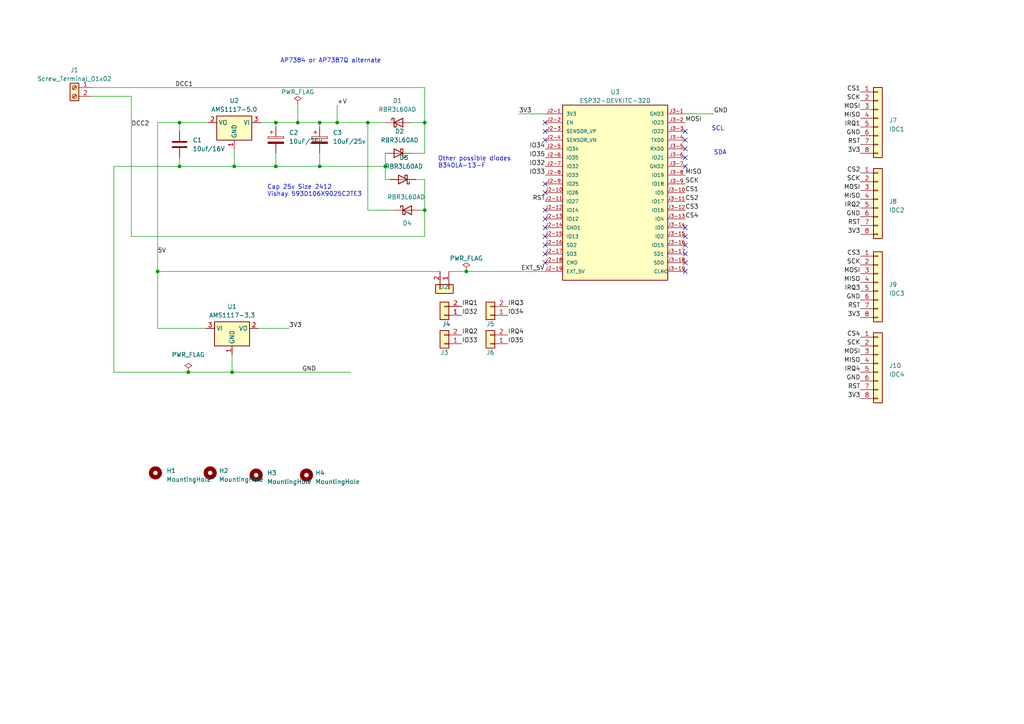
<source format=kicad_sch>
(kicad_sch (version 20230121) (generator eeschema)
  (paper "A4")
  (lib_symbols
    (symbol "Connector:Screw_Terminal_01x02" (pin_names (offset 1.016) hide)
      (property "Reference" "J" (at 0 2.54 0))
      (property "Value" "Screw_Terminal_01x02" (at 0 -5.08 0))
      (symbol "Screw_Terminal_01x02_1_1"
        (rectangle (start -1.27 1.27) (end 1.27 -3.81) (stroke (width 0.254)) (fill (type background)))
        (circle (center 0 -2.54) (radius 0.635) (stroke (width 0.1524)))
        (polyline (pts (xy -0.5334 -2.2098) (xy 0.3302 -3.048)) (stroke (width 0.1524)))
        (polyline (pts (xy -0.5334 0.3302) (xy 0.3302 -0.508)) (stroke (width 0.1524)))
        (polyline (pts (xy -0.3556 -2.032) (xy 0.508 -2.8702)) (stroke (width 0.1524)))
        (polyline (pts (xy -0.3556 0.508) (xy 0.508 -0.3302)) (stroke (width 0.1524)))
        (circle (center 0 0) (radius 0.635) (stroke (width 0.1524)))
        (pin passive line (at -5.08 0 0) (length 3.81) (name "Pin_1") (number "1"))
        (pin passive line (at -5.08 -2.54 0) (length 3.81) (name "Pin_2") (number "2"))
      )
    )
    (symbol "Connector_Generic:Conn_01x02" (pin_names (offset 1.016) hide)
      (property "Reference" "J" (at 0 2.54 0))
      (property "Value" "Conn_01x02" (at 0 -5.08 0))
      (symbol "Conn_01x02_1_1"
        (rectangle (start -1.27 -2.413) (end 0 -2.667) (stroke (width 0.1524)))
        (rectangle (start -1.27 0.127) (end 0 -0.127) (stroke (width 0.1524)))
        (rectangle (start -1.27 1.27) (end 1.27 -3.81) (stroke (width 0.254)) (fill (type background)))
        (pin passive line (at -5.08 0 0) (length 3.81) (name "Pin_1") (number "1"))
        (pin passive line (at -5.08 -2.54 0) (length 3.81) (name "Pin_2") (number "2"))
      )
    )
    (symbol "Connector_Generic:Conn_01x08" (pin_names (offset 1.016) hide)
      (property "Reference" "J" (at 0 10.16 0))
      (property "Value" "Conn_01x08" (at 0 -12.7 0))
      (symbol "Conn_01x08_1_1"
        (rectangle (start -1.27 -10.033) (end 0 -10.287) (stroke (width 0.1524)))
        (rectangle (start -1.27 -7.493) (end 0 -7.747) (stroke (width 0.1524)))
        (rectangle (start -1.27 -4.953) (end 0 -5.207) (stroke (width 0.1524)))
        (rectangle (start -1.27 -2.413) (end 0 -2.667) (stroke (width 0.1524)))
        (rectangle (start -1.27 0.127) (end 0 -0.127) (stroke (width 0.1524)))
        (rectangle (start -1.27 2.667) (end 0 2.413) (stroke (width 0.1524)))
        (rectangle (start -1.27 5.207) (end 0 4.953) (stroke (width 0.1524)))
        (rectangle (start -1.27 7.747) (end 0 7.493) (stroke (width 0.1524)))
        (rectangle (start -1.27 8.89) (end 1.27 -11.43) (stroke (width 0.254)) (fill (type background)))
        (pin passive line (at -5.08 7.62 0) (length 3.81) (name "Pin_1") (number "1"))
        (pin passive line (at -5.08 5.08 0) (length 3.81) (name "Pin_2") (number "2"))
        (pin passive line (at -5.08 2.54 0) (length 3.81) (name "Pin_3") (number "3"))
        (pin passive line (at -5.08 0 0) (length 3.81) (name "Pin_4") (number "4"))
        (pin passive line (at -5.08 -2.54 0) (length 3.81) (name "Pin_5") (number "5"))
        (pin passive line (at -5.08 -5.08 0) (length 3.81) (name "Pin_6") (number "6"))
        (pin passive line (at -5.08 -7.62 0) (length 3.81) (name "Pin_7") (number "7"))
        (pin passive line (at -5.08 -10.16 0) (length 3.81) (name "Pin_8") (number "8"))
      )
    )
    (symbol "Device:C" (pin_numbers hide) (pin_names (offset 0.254))
      (property "Reference" "C" (at 0.635 2.54 0))
      (property "Value" "C" (at 0.635 -2.54 0))
      (symbol "C_0_1"
        (polyline (pts (xy -2.032 -0.762) (xy 2.032 -0.762)) (stroke (width 0.508)))
        (polyline (pts (xy -2.032 0.762) (xy 2.032 0.762)) (stroke (width 0.508)))
      )
      (symbol "C_1_1"
        (pin passive line (at 0 3.81 270) (length 2.794) (name "~") (number "1"))
        (pin passive line (at 0 -3.81 90) (length 2.794) (name "~") (number "2"))
      )
    )
    (symbol "Device:C_Polarized" (pin_numbers hide) (pin_names (offset 0.254))
      (property "Reference" "C" (at 0.635 2.54 0))
      (property "Value" "C_Polarized" (at 0.635 -2.54 0))
      (symbol "C_Polarized_0_1"
        (rectangle (start -2.286 0.508) (end 2.286 1.016))
        (polyline (pts (xy -1.778 2.286) (xy -0.762 2.286)))
        (polyline (pts (xy -1.27 2.794) (xy -1.27 1.778)))
        (rectangle (start 2.286 -0.508) (end -2.286 -1.016) (fill (type outline)))
      )
      (symbol "C_Polarized_1_1"
        (pin passive line (at 0 3.81 270) (length 2.794) (name "~") (number "1"))
        (pin passive line (at 0 -3.81 90) (length 2.794) (name "~") (number "2"))
      )
    )
    (symbol "Device:D_Schottky" (pin_numbers hide) (pin_names (offset 1.016) hide)
      (property "Reference" "D" (at 0 2.54 0))
      (property "Value" "D_Schottky" (at 0 -2.54 0))
      (symbol "D_Schottky_0_1"
        (polyline (pts (xy 1.27 0) (xy -1.27 0)))
        (polyline (pts (xy 1.27 1.27) (xy 1.27 -1.27) (xy -1.27 0) (xy 1.27 1.27)) (stroke (width 0.254)))
        (polyline (pts (xy -1.905 0.635) (xy -1.905 1.27) (xy -1.27 1.27) (xy -1.27 -1.27) (xy -0.635 -1.27) (xy -0.635 -0.635)) (stroke (width 0.254)))
      )
      (symbol "D_Schottky_1_1"
        (pin passive line (at -3.81 0 0) (length 2.54) (name "K") (number "1"))
        (pin passive line (at 3.81 0 180) (length 2.54) (name "A") (number "2"))
      )
    )
    (symbol "ESP32-DEVKITC-32D:ESP32-DEVKITC-32D" (pin_names (offset 1.016))
      (property "Reference" "U" (at -15.2572 26.0643 0))
      (property "Value" "ESP32-DEVKITC-32D" (at -15.2563 -27.9698 0))
      (symbol "ESP32-DEVKITC-32D_0_0"
        (rectangle (start -15.24 -25.4) (end 15.24 25.4) (stroke (width 0.254)) (fill (type background)))
        (pin power_in line (at -20.32 22.86 0) (length 5.08) (name "3V3") (number "J2-1"))
        (pin bidirectional line (at -20.32 0 0) (length 5.08) (name "IO26") (number "J2-10"))
        (pin bidirectional line (at -20.32 -2.54 0) (length 5.08) (name "IO27") (number "J2-11"))
        (pin bidirectional line (at -20.32 -5.08 0) (length 5.08) (name "IO14") (number "J2-12"))
        (pin bidirectional line (at -20.32 -7.62 0) (length 5.08) (name "IO12") (number "J2-13"))
        (pin power_in line (at -20.32 -10.16 0) (length 5.08) (name "GND1") (number "J2-14"))
        (pin bidirectional line (at -20.32 -12.7 0) (length 5.08) (name "IO13") (number "J2-15"))
        (pin bidirectional line (at -20.32 -15.24 0) (length 5.08) (name "SD2") (number "J2-16"))
        (pin bidirectional line (at -20.32 -17.78 0) (length 5.08) (name "SD3") (number "J2-17"))
        (pin bidirectional line (at -20.32 -20.32 0) (length 5.08) (name "CMD") (number "J2-18"))
        (pin power_in line (at -20.32 -22.86 0) (length 5.08) (name "EXT_5V") (number "J2-19"))
        (pin input line (at -20.32 20.32 0) (length 5.08) (name "EN") (number "J2-2"))
        (pin input line (at -20.32 17.78 0) (length 5.08) (name "SENSOR_VP") (number "J2-3"))
        (pin input line (at -20.32 15.24 0) (length 5.08) (name "SENSOR_VN") (number "J2-4"))
        (pin bidirectional line (at -20.32 12.7 0) (length 5.08) (name "IO34") (number "J2-5"))
        (pin bidirectional line (at -20.32 10.16 0) (length 5.08) (name "IO35") (number "J2-6"))
        (pin bidirectional line (at -20.32 7.62 0) (length 5.08) (name "IO32") (number "J2-7"))
        (pin bidirectional line (at -20.32 5.08 0) (length 5.08) (name "IO33") (number "J2-8"))
        (pin bidirectional line (at -20.32 2.54 0) (length 5.08) (name "IO25") (number "J2-9"))
        (pin power_in line (at 20.32 22.86 180) (length 5.08) (name "GND3") (number "J3-1"))
        (pin bidirectional line (at 20.32 0 180) (length 5.08) (name "IO5") (number "J3-10"))
        (pin bidirectional line (at 20.32 -2.54 180) (length 5.08) (name "IO17") (number "J3-11"))
        (pin bidirectional line (at 20.32 -5.08 180) (length 5.08) (name "IO16") (number "J3-12"))
        (pin bidirectional line (at 20.32 -7.62 180) (length 5.08) (name "IO4") (number "J3-13"))
        (pin bidirectional line (at 20.32 -10.16 180) (length 5.08) (name "IO0") (number "J3-14"))
        (pin bidirectional line (at 20.32 -12.7 180) (length 5.08) (name "IO2") (number "J3-15"))
        (pin bidirectional line (at 20.32 -15.24 180) (length 5.08) (name "IO15") (number "J3-16"))
        (pin bidirectional line (at 20.32 -17.78 180) (length 5.08) (name "SD1") (number "J3-17"))
        (pin bidirectional line (at 20.32 -20.32 180) (length 5.08) (name "SD0") (number "J3-18"))
        (pin input clock (at 20.32 -22.86 180) (length 5.08) (name "CLK") (number "J3-19"))
        (pin bidirectional line (at 20.32 20.32 180) (length 5.08) (name "IO23") (number "J3-2"))
        (pin bidirectional line (at 20.32 17.78 180) (length 5.08) (name "IO22") (number "J3-3"))
        (pin output line (at 20.32 15.24 180) (length 5.08) (name "TXD0") (number "J3-4"))
        (pin input line (at 20.32 12.7 180) (length 5.08) (name "RXD0") (number "J3-5"))
        (pin bidirectional line (at 20.32 10.16 180) (length 5.08) (name "IO21") (number "J3-6"))
        (pin power_in line (at 20.32 7.62 180) (length 5.08) (name "GND2") (number "J3-7"))
        (pin bidirectional line (at 20.32 5.08 180) (length 5.08) (name "IO19") (number "J3-8"))
        (pin bidirectional line (at 20.32 2.54 180) (length 5.08) (name "IO18") (number "J3-9"))
      )
    )
    (symbol "Mechanical:MountingHole" (pin_names (offset 1.016))
      (property "Reference" "H" (at 0 5.08 0))
      (property "Value" "MountingHole" (at 0 3.175 0))
      (symbol "MountingHole_0_1"
        (circle (center 0 0) (radius 1.27) (stroke (width 1.27)))
      )
    )
    (symbol "Regulator_Linear:AMS1117-3.3"
      (property "Reference" "U" (at -3.81 3.175 0))
      (property "Value" "AMS1117-3.3" (at 0 3.175 0))
      (symbol "AMS1117-3.3_0_1"
        (rectangle (start -5.08 -5.08) (end 5.08 1.905) (stroke (width 0.254)) (fill (type background)))
      )
      (symbol "AMS1117-3.3_1_1"
        (pin power_in line (at 0 -7.62 90) (length 2.54) (name "GND") (number "1"))
        (pin power_out line (at 7.62 0 180) (length 2.54) (name "VO") (number "2"))
        (pin power_in line (at -7.62 0 0) (length 2.54) (name "VI") (number "3"))
      )
    )
    (symbol "Regulator_Linear:AMS1117-5.0"
      (property "Reference" "U" (at -3.81 3.175 0))
      (property "Value" "AMS1117-5.0" (at 0 3.175 0))
      (symbol "AMS1117-5.0_0_1"
        (rectangle (start -5.08 -5.08) (end 5.08 1.905) (stroke (width 0.254)) (fill (type background)))
      )
      (symbol "AMS1117-5.0_1_1"
        (pin power_in line (at 0 -7.62 90) (length 2.54) (name "GND") (number "1"))
        (pin power_out line (at 7.62 0 180) (length 2.54) (name "VO") (number "2"))
        (pin power_in line (at -7.62 0 0) (length 2.54) (name "VI") (number "3"))
      )
    )
    (symbol "power:PWR_FLAG" (power) (pin_numbers hide) (pin_names (offset 0) hide)
      (property "Value" "PWR_FLAG" (at 0 3.81 0))
      (symbol "PWR_FLAG_0_0"
        (pin power_out line (at 0 0 90) (length 0) (name "pwr") (number "1"))
      )
      (symbol "PWR_FLAG_0_1"
        (polyline (pts (xy 0 0) (xy 0 1.27) (xy -1.016 1.905) (xy 0 2.54) (xy 1.016 1.905) (xy 0 1.27)))
      )
    )
  )
  (junction (at 123.19 60.96))
  (junction (at 135.255 78.74))
  (junction (at 86.36 35.56))
  (junction (at 45.72 78.74))
  (junction (at 92.71 35.56))
  (junction (at 67.31 107.95))
  (junction (at 54.61 107.95))
  (junction (at 97.79 35.56))
  (junction (at 92.71 48.26))
  (junction (at 80.01 35.56))
  (junction (at 52.07 35.56))
  (junction (at 123.19 35.56))
  (junction (at 111.76 48.26))
  (junction (at 80.01 48.26))
  (junction (at 52.07 48.26))
  (junction (at 106.68 35.56))
  (junction (at 67.945 48.26))
  (no_connect (at 198.755 68.58))
  (no_connect (at 158.115 40.64))
  (no_connect (at 158.115 38.1))
  (no_connect (at 158.115 76.2))
  (no_connect (at 158.115 53.34))
  (no_connect (at 158.115 71.12))
  (no_connect (at 198.755 66.04))
  (no_connect (at 198.755 78.74))
  (no_connect (at 158.115 68.58))
  (no_connect (at 158.115 35.56))
  (no_connect (at 198.755 43.18))
  (no_connect (at 158.115 66.04))
  (no_connect (at 198.755 73.66))
  (no_connect (at 158.115 63.5))
  (no_connect (at 158.115 55.88))
  (no_connect (at 198.755 40.64))
  (no_connect (at 198.755 48.26))
  (no_connect (at 198.755 71.12))
  (no_connect (at 198.755 76.2))
  (no_connect (at 158.115 60.96))
  (no_connect (at 198.755 45.72))
  (no_connect (at 158.115 73.66))
  (no_connect (at 198.755 38.1))
  (wire (pts (xy 123.19 25.4) (xy 123.19 35.56)))
  (wire (pts (xy 45.72 95.25) (xy 59.69 95.25)))
  (wire (pts (xy 97.79 35.56) (xy 106.68 35.56)))
  (wire (pts (xy 45.72 35.56) (xy 52.07 35.56)))
  (wire (pts (xy 45.72 35.56) (xy 45.72 78.74)))
  (wire (pts (xy 86.36 35.56) (xy 92.71 35.56)))
  (wire (pts (xy 33.02 107.95) (xy 54.61 107.95)))
  (wire (pts (xy 26.67 25.4) (xy 123.19 25.4)))
  (wire (pts (xy 80.01 48.26) (xy 92.71 48.26)))
  (wire (pts (xy 26.67 27.94) (xy 38.1 27.94)))
  (wire (pts (xy 38.1 27.94) (xy 38.1 68.58)))
  (wire (pts (xy 52.07 35.56) (xy 52.07 38.1)))
  (wire (pts (xy 111.76 44.45) (xy 111.76 48.26)))
  (wire (pts (xy 111.76 52.07) (xy 113.03 52.07)))
  (wire (pts (xy 52.07 48.26) (xy 67.945 48.26)))
  (wire (pts (xy 111.76 48.26) (xy 111.76 52.07)))
  (wire (pts (xy 54.61 107.95) (xy 67.31 107.95)))
  (wire (pts (xy 52.07 35.56) (xy 60.325 35.56)))
  (wire (pts (xy 80.01 44.45) (xy 80.01 48.26)))
  (wire (pts (xy 198.755 33.02) (xy 207.01 33.02)))
  (wire (pts (xy 80.01 35.56) (xy 80.01 36.83)))
  (wire (pts (xy 130.175 78.74) (xy 135.255 78.74)))
  (wire (pts (xy 106.68 35.56) (xy 111.76 35.56)))
  (wire (pts (xy 75.565 35.56) (xy 80.01 35.56)))
  (wire (pts (xy 150.495 33.02) (xy 158.115 33.02)))
  (wire (pts (xy 52.07 48.26) (xy 33.02 48.26)))
  (wire (pts (xy 97.79 30.48) (xy 97.79 35.56)))
  (wire (pts (xy 67.31 107.95) (xy 101.6 107.95)))
  (wire (pts (xy 123.19 35.56) (xy 123.19 44.45)))
  (wire (pts (xy 123.19 68.58) (xy 123.19 60.96)))
  (wire (pts (xy 92.71 35.56) (xy 97.79 35.56)))
  (wire (pts (xy 67.31 102.87) (xy 67.31 107.95)))
  (wire (pts (xy 106.68 60.96) (xy 114.3 60.96)))
  (wire (pts (xy 92.71 44.45) (xy 92.71 48.26)))
  (wire (pts (xy 106.68 35.56) (xy 106.68 60.96)))
  (wire (pts (xy 86.36 30.48) (xy 86.36 35.56)))
  (wire (pts (xy 38.1 68.58) (xy 123.19 68.58)))
  (wire (pts (xy 123.19 60.96) (xy 123.19 52.07)))
  (wire (pts (xy 123.19 52.07) (xy 120.65 52.07)))
  (wire (pts (xy 45.72 78.74) (xy 127.635 78.74)))
  (wire (pts (xy 74.93 95.25) (xy 83.82 95.25)))
  (wire (pts (xy 67.945 43.18) (xy 67.945 48.26)))
  (wire (pts (xy 123.19 44.45) (xy 119.38 44.45)))
  (wire (pts (xy 80.01 35.56) (xy 86.36 35.56)))
  (wire (pts (xy 52.07 48.26) (xy 52.07 45.72)))
  (wire (pts (xy 67.945 48.26) (xy 80.01 48.26)))
  (wire (pts (xy 33.02 48.26) (xy 33.02 107.95)))
  (wire (pts (xy 45.72 78.74) (xy 45.72 95.25)))
  (wire (pts (xy 123.19 60.96) (xy 121.92 60.96)))
  (wire (pts (xy 92.71 48.26) (xy 111.76 48.26)))
  (wire (pts (xy 123.19 35.56) (xy 119.38 35.56)))
  (wire (pts (xy 92.71 35.56) (xy 92.71 36.83)))
  (wire (pts (xy 135.255 78.74) (xy 158.115 78.74)))
  (text "SDA\n" (at 207.01 45.085 0) (effects (font (size 1.27 1.27)) (justify left bottom)))
  (text "AP7384 or AP7387Q alternate" (at 81.28 18.415 0) (effects (font (size 1.27 1.27)) (justify left bottom)))
  (text "Other possible diodes \nB340LA-13-F" (at 127 48.895 0) (effects (font (size 1.27 1.27)) (justify left bottom)))
  (text "SCL\n" (at 206.375 38.1 0) (effects (font (size 1.27 1.27)) (justify left bottom)))
  (text "Cap 25v Size 2412\nVishay 593D106X9025C2TE3" (at 77.47 57.15 0) (effects (font (size 1.27 1.27)) (justify left bottom)))
  (label "SCK" (at 198.755 53.34 0))
  (label "MISO" (at 249.555 57.785 180))
  (label "SCK" (at 249.555 76.835 180))
  (label "IO34" (at 147.32 91.44 0))
  (label "SCK" (at 249.555 100.33 180))
  (label "3V3" (at 249.555 92.075 180))
  (label "CS1" (at 198.755 55.88 0))
  (label "GND" (at 249.555 39.37 180))
  (label "MISO" (at 249.555 34.29 180))
  (label "CS3" (at 198.755 60.96 0))
  (label "IRQ1" (at 249.555 36.83 180))
  (label "CS1" (at 249.555 26.67 180))
  (label "MOSI" (at 249.555 79.375 180))
  (label "MOSI" (at 249.555 102.87 180))
  (label "CS3" (at 249.555 74.295 180))
  (label "IRQ2" (at 249.555 60.325 180))
  (label "IRQ1" (at 133.985 88.9 0))
  (label "MISO" (at 249.555 81.915 180))
  (label "IRQ2" (at 133.985 97.155 0))
  (label "CS4" (at 198.755 63.5 0))
  (label "CS2" (at 249.555 50.165 180))
  (label "+V" (at 97.79 30.48 0))
  (label "3V3" (at 249.555 67.945 180))
  (label "IO33" (at 158.115 50.8 180))
  (label "CS4" (at 249.555 97.79 180))
  (label "RST" (at 249.555 41.91 180))
  (label "RST" (at 158.115 58.42 180))
  (label "3V3" (at 83.82 95.25 0))
  (label "RST" (at 249.555 89.535 180))
  (label "IO32" (at 158.115 48.26 180))
  (label "CS2" (at 198.755 58.42 0))
  (label "GND" (at 249.555 110.49 180))
  (label "IRQ4" (at 249.555 107.95 180))
  (label "IO32" (at 133.985 91.44 0))
  (label "GND" (at 249.555 86.995 180))
  (label "5V" (at 45.72 73.66 0))
  (label "3V3" (at 249.555 44.45 180))
  (label "IRQ3" (at 249.555 84.455 180))
  (label "IO35" (at 147.32 99.695 0))
  (label "3V3" (at 150.495 33.02 0))
  (label "RST" (at 249.555 113.03 180))
  (label "GND" (at 207.01 33.02 0))
  (label "IO34" (at 158.115 43.18 180))
  (label "SCK" (at 249.555 52.705 180))
  (label "DCC1" (at 50.8 25.4 0))
  (label "GND" (at 249.555 62.865 180))
  (label "MISO" (at 198.755 50.8 0))
  (label "EXT_5V" (at 151.13 78.74 0))
  (label "MOSI" (at 249.555 55.245 180))
  (label "IRQ4" (at 147.32 97.155 0))
  (label "MISO" (at 249.555 105.41 180))
  (label "GND" (at 87.63 107.95 0))
  (label "IO35" (at 158.115 45.72 180))
  (label "MOSI" (at 198.755 35.56 0))
  (label "IRQ3" (at 147.32 88.9 0))
  (label "RST" (at 249.555 65.405 180))
  (label "IO33" (at 133.985 99.695 0))
  (label "3V3" (at 249.555 115.57 180))
  (label "DCC2" (at 38.1 36.83 0))
  (label "SCK" (at 249.555 29.21 180))
  (label "MOSI" (at 249.555 31.75 180))
  (symbol (lib_id "Device:D_Schottky") (at 115.57 35.56 0) (unit 1)
    (property "Reference" "D1" (at 115.2525 29.21 0))
    (property "Value" "RBR3L60AD" (at 115.2525 31.75 0))
    (property "Footprint" "Diode_SMD:D_SMA_Handsoldering" (effects hide))
  )
  (symbol (lib_id "Regulator_Linear:AMS1117-3.3") (at 67.31 95.25 0) (unit 1)
    (property "Reference" "U1" (at 67.31 88.9 0))
    (property "Value" "AMS1117-3.3" (at 67.31 91.44 0))
    (property "Footprint" "Package_TO_SOT_SMD:SOT-223-3_TabPin2" (effects hide))
    (property "Datasheet" "http://www.advanced-monolithic.com/pdf/ds1117.pdf" (effects hide))
  )
  (symbol (lib_id "Connector_Generic:Conn_01x02") (at 128.905 99.695 180) (unit 1)
    (property "Reference" "J3" (at 128.905 102.235 0))
    (property "Value" "Conn_01x02" (effects hide))
    (property "Footprint" "Connector_PinHeader_2.54mm:PinHeader_1x02_P2.54mm_Vertical" (effects hide))
  )
  (symbol (lib_id "ESP32-DEVKITC-32D:ESP32-DEVKITC-32D") (at 178.435 55.88 0) (unit 1)
    (property "Reference" "U3" (at 178.435 26.67 0))
    (property "Value" "ESP32-DEVKITC-32D" (at 178.435 29.21 0))
    (property "Footprint" "ESP32-DEVKITC-32D:MODULE_ESP32-DEVKITC-32D" (effects hide))
    (property "MF" "Espressif Systems" (effects hide))
    (property "MAXIMUM_PACKAGE_HEIGHT" "N/A" (effects hide))
    (property "Package" "None" (effects hide))
    (property "Price" "None" (effects hide))
    (property "Check_prices" "https://www.snapeda.com/parts/ESP32-DEVKITC-32D/Espressif+Systems/view-part/?ref=eda" (effects hide))
    (property "STANDARD" "Manufacturer Recommendations" (effects hide))
    (property "PARTREV" "V4" (effects hide))
    (property "SnapEDA_Link" "https://www.snapeda.com/parts/ESP32-DEVKITC-32D/Espressif+Systems/view-part/?ref=snap" (effects hide))
    (property "MP" "ESP32-DEVKITC-32D" (effects hide))
    (property "Description" "\n                        \n                            WiFi Development Tools (802.11) ESP32 General Development Kit, ESP32-WROOM-32D on the board\n                        \n" (effects hide))
    (property "MANUFACTURER" "Espressif Systems" (effects hide))
    (property "Availability" "In Stock" (effects hide))
    (property "SNAPEDA_PN" "ESP32-DEVKITC-32D" (effects hide))
  )
  (symbol (lib_id "Connector_Generic:Conn_01x02") (at 142.24 99.695 180) (unit 1)
    (property "Reference" "J6" (at 142.24 102.235 0))
    (property "Value" "Conn_01x02" (effects hide))
    (property "Footprint" "Connector_PinHeader_2.54mm:PinHeader_1x02_P2.54mm_Vertical" (effects hide))
  )
  (symbol (lib_id "Device:C") (at 52.07 41.91 0) (unit 1)
    (property "Reference" "C1" (at 55.88 40.64 0) (effects (justify left)))
    (property "Value" "10uf/16V" (at 55.88 43.18 0) (effects (justify left)))
    (property "Footprint" "Capacitor_SMD:C_1206_3216Metric_Pad1.33x1.80mm_HandSolder" (effects hide))
  )
  (symbol (lib_id "Connector_Generic:Conn_01x08") (at 254.635 81.915 0) (unit 1)
    (property "Reference" "J9" (at 257.81 82.55 0) (effects (justify left)))
    (property "Value" "IDC3" (at 257.81 85.09 0) (effects (justify left)))
    (property "Footprint" "Connector_IDC:IDC-Header_2x04_P2.54mm_Vertical" (effects hide))
  )
  (symbol (lib_id "Connector_Generic:Conn_01x08") (at 254.635 57.785 0) (unit 1)
    (property "Reference" "J8" (at 257.81 58.42 0) (effects (justify left)))
    (property "Value" "IDC2" (at 257.81 60.96 0) (effects (justify left)))
    (property "Footprint" "Connector_IDC:IDC-Header_2x04_P2.54mm_Vertical" (effects hide))
  )
  (symbol (lib_id "Connector_Generic:Conn_01x02") (at 142.24 91.44 180) (unit 1)
    (property "Reference" "J5" (at 142.24 93.98 0))
    (property "Value" "Conn_01x02" (effects hide))
    (property "Footprint" "Connector_PinHeader_2.54mm:PinHeader_1x02_P2.54mm_Vertical" (effects hide))
  )
  (symbol (lib_id "power:PWR_FLAG") (at 86.36 30.48 0) (unit 1)
    (property "Reference" "#FLG02" (effects hide))
    (property "Value" "PWR_FLAG" (at 86.36 26.67 0))
  )
  (symbol (lib_id "Mechanical:MountingHole") (at 88.9 137.795 0) (unit 1)
    (property "Reference" "H4" (at 91.44 137.16 0) (effects (justify left)))
    (property "Value" "MountingHole" (at 91.44 139.7 0) (effects (justify left)))
    (property "Footprint" "MountingHole:MountingHole_3.2mm_M3_ISO14580" (effects hide))
  )
  (symbol (lib_id "Regulator_Linear:AMS1117-5.0") (at 67.945 35.56 0) (mirror y) (unit 1)
    (property "Reference" "U2" (at 67.945 29.21 0))
    (property "Value" "AMS1117-5.0" (at 67.945 31.75 0))
    (property "Footprint" "Package_TO_SOT_SMD:SOT-223-3_TabPin2" (effects hide))
    (property "Datasheet" "http://www.advanced-monolithic.com/pdf/ds1117.pdf" (effects hide))
  )
  (symbol (lib_id "Connector_Generic:Conn_01x02") (at 130.175 83.82 270) (unit 1)
    (property "Reference" "J4" (at 128.27 93.98 90) (effects (justify left)))
    (property "Value" "Conn_01x02" (effects hide))
    (property "Footprint" "Connector_PinHeader_2.54mm:PinHeader_1x02_P2.54mm_Vertical" (effects hide))
  )
  (symbol (lib_id "Mechanical:MountingHole") (at 60.96 137.16 0) (unit 1)
    (property "Reference" "H2" (at 63.5 136.525 0) (effects (justify left)))
    (property "Value" "MountingHole" (at 63.5 139.065 0) (effects (justify left)))
    (property "Footprint" "MountingHole:MountingHole_3.2mm_M3_ISO14580" (effects hide))
  )
  (symbol (lib_id "Mechanical:MountingHole") (at 45.085 137.16 0) (unit 1)
    (property "Reference" "H1" (at 48.26 136.525 0) (effects (justify left)))
    (property "Value" "MountingHole" (at 48.26 139.065 0) (effects (justify left)))
    (property "Footprint" "MountingHole:MountingHole_3.2mm_M3_ISO14580" (effects hide))
  )
  (symbol (lib_id "power:PWR_FLAG") (at 54.61 107.95 0) (unit 1)
    (property "Reference" "#FLG01" (effects hide))
    (property "Value" "PWR_FLAG" (at 54.61 102.87 0))
  )
  (symbol (lib_id "Device:D_Schottky") (at 115.57 44.45 180) (unit 1)
    (property "Reference" "D2" (at 115.8875 38.1 0))
    (property "Value" "RBR3L60AD" (at 115.8875 40.64 0))
    (property "Footprint" "Diode_SMD:D_SMA_Handsoldering" (effects hide))
  )
  (symbol (lib_id "Connector_Generic:Conn_01x08") (at 254.635 105.41 0) (unit 1)
    (property "Reference" "J10" (at 257.81 106.045 0) (effects (justify left)))
    (property "Value" "IDC4" (at 257.81 108.585 0) (effects (justify left)))
    (property "Footprint" "Connector_IDC:IDC-Header_2x04_P2.54mm_Vertical" (effects hide))
  )
  (symbol (lib_id "Connector:Screw_Terminal_01x02") (at 21.59 25.4 0) (mirror y) (unit 1)
    (property "Reference" "J1" (at 21.59 20.32 0))
    (property "Value" "Screw_Terminal_01x02" (at 21.59 22.86 0))
    (property "Footprint" "TerminalBlock_Phoenix:TerminalBlock_Phoenix_PT-1,5-2-3.5-H_1x02_P3.50mm_Horizontal" (effects hide))
  )
  (symbol (lib_id "power:PWR_FLAG") (at 135.255 78.74 0) (unit 1)
    (property "Reference" "#FLG03" (effects hide))
    (property "Value" "PWR_FLAG" (at 135.255 74.93 0))
  )
  (symbol (lib_id "Device:D_Schottky") (at 118.11 60.96 0) (unit 1)
    (property "Reference" "D4" (at 118.11 64.77 0))
    (property "Value" "RBR3L60AD" (at 117.7925 57.15 0))
    (property "Footprint" "Diode_SMD:D_SMA_Handsoldering" (effects hide))
  )
  (symbol (lib_id "Device:D_Schottky") (at 116.84 52.07 180) (unit 1)
    (property "Reference" "D3" (at 117.1575 45.72 0))
    (property "Value" "RBR3L60AD" (at 117.1575 48.26 0))
    (property "Footprint" "Diode_SMD:D_SMA_Handsoldering" (effects hide))
  )
  (symbol (lib_id "Mechanical:MountingHole") (at 74.295 137.795 0) (unit 1)
    (property "Reference" "H3" (at 77.47 137.16 0) (effects (justify left)))
    (property "Value" "MountingHole" (at 77.47 139.7 0) (effects (justify left)))
    (property "Footprint" "MountingHole:MountingHole_3.2mm_M3_ISO14580" (effects hide))
  )
  (symbol (lib_id "Connector_Generic:Conn_01x08") (at 254.635 34.29 0) (unit 1)
    (property "Reference" "J7" (at 257.81 34.925 0) (effects (justify left)))
    (property "Value" "IDC1" (at 257.81 37.465 0) (effects (justify left)))
    (property "Footprint" "Connector_IDC:IDC-Header_2x04_P2.54mm_Vertical" (effects hide))
  )
  (symbol (lib_id "Device:C_Polarized") (at 80.01 40.64 0) (unit 1)
    (property "Reference" "C2" (at 83.82 38.481 0) (effects (justify left)))
    (property "Value" "10uF/25V" (at 83.82 41.021 0) (effects (justify left)))
    (property "Footprint" "Capacitor_Tantalum_SMD:CP_EIA-6032-20_AVX-F_Pad2.25x2.35mm_HandSolder" (effects hide))
  )
  (symbol (lib_id "Device:C_Polarized") (at 92.71 40.64 0) (unit 1)
    (property "Reference" "C3" (at 96.52 38.481 0) (effects (justify left)))
    (property "Value" "10uF/25v" (at 96.52 41.021 0) (effects (justify left)))
    (property "Footprint" "Capacitor_Tantalum_SMD:CP_EIA-6032-20_AVX-F_Pad2.25x2.35mm_HandSolder" (effects hide))
  )
  (symbol (lib_id "Connector_Generic:Conn_01x02") (at 128.905 91.44 180) (unit 1)
    (property "Reference" "J2" (at 128.905 83.185 0))
    (property "Value" "Conn_01x02" (effects hide))
    (property "Footprint" "Connector_PinHeader_2.54mm:PinHeader_1x02_P2.54mm_Vertical" (effects hide))
  )
)
</source>
